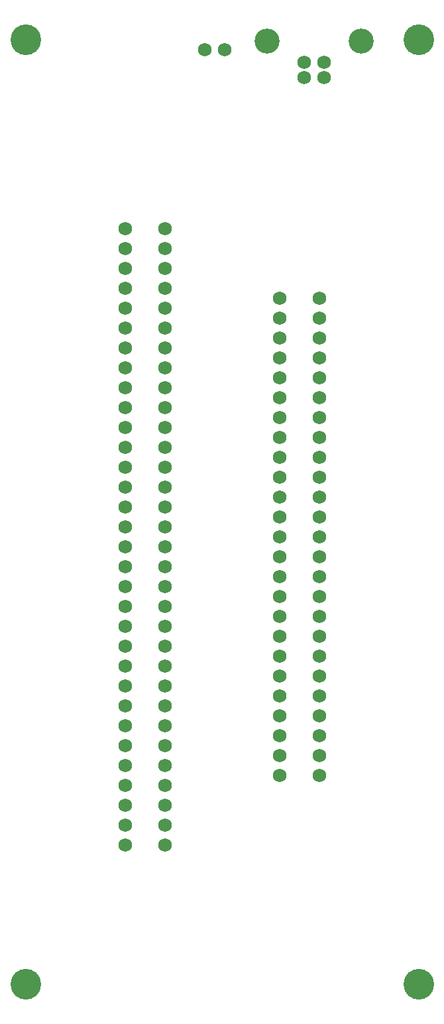
<source format=gbs>
G04 #@! TF.GenerationSoftware,KiCad,Pcbnew,(6.0.5)*
G04 #@! TF.CreationDate,2022-11-07T18:45:20-05:00*
G04 #@! TF.ProjectId,power-pcb,706f7765-722d-4706-9362-2e6b69636164,0.1*
G04 #@! TF.SameCoordinates,Original*
G04 #@! TF.FileFunction,Soldermask,Bot*
G04 #@! TF.FilePolarity,Negative*
%FSLAX45Y45*%
G04 Gerber Fmt 4.5, Leading zero omitted, Abs format (unit mm)*
G04 Created by KiCad (PCBNEW (6.0.5)) date 2022-11-07 18:45:20*
%MOMM*%
%LPD*%
G01*
G04 APERTURE LIST*
%ADD10C,1.727200*%
%ADD11C,3.203200*%
%ADD12C,3.912000*%
G04 APERTURE END LIST*
D10*
X15750000Y-4221500D03*
X16000000Y-4221500D03*
X15750000Y-4421500D03*
X16000000Y-4421500D03*
D11*
X16477000Y-3950500D03*
X15273000Y-3950500D03*
D10*
X15430500Y-7239000D03*
X15938500Y-7239000D03*
X15430500Y-7493000D03*
X15938500Y-7493000D03*
X15430500Y-7747000D03*
X15938500Y-7747000D03*
X15430500Y-8001000D03*
X15938500Y-8001000D03*
X15430500Y-8255000D03*
X15938500Y-8255000D03*
X15430500Y-8509000D03*
X15938500Y-8509000D03*
X15430500Y-8763000D03*
X15938500Y-8763000D03*
X15430500Y-9017000D03*
X15938500Y-9017000D03*
X15430500Y-9271000D03*
X15938500Y-9271000D03*
X15430500Y-9525000D03*
X15938500Y-9525000D03*
X15430500Y-9779000D03*
X15938500Y-9779000D03*
X15430500Y-10033000D03*
X15938500Y-10033000D03*
X15430500Y-10287000D03*
X15938500Y-10287000D03*
X15430500Y-10541000D03*
X15938500Y-10541000D03*
X15430500Y-10795000D03*
X15938500Y-10795000D03*
X15430500Y-11049000D03*
X15938500Y-11049000D03*
X15430500Y-11303000D03*
X15938500Y-11303000D03*
X15430500Y-11557000D03*
X15938500Y-11557000D03*
X15430500Y-11811000D03*
X15938500Y-11811000D03*
X15430500Y-12065000D03*
X15938500Y-12065000D03*
X15430500Y-12319000D03*
X15938500Y-12319000D03*
X15430500Y-12573000D03*
X15938500Y-12573000D03*
X15430500Y-12827000D03*
X15938500Y-12827000D03*
X15430500Y-13081000D03*
X15938500Y-13081000D03*
X15430500Y-13335000D03*
X15938500Y-13335000D03*
D12*
X12192000Y-16002000D03*
X17208500Y-16002000D03*
X12192000Y-3937000D03*
D10*
X14478000Y-4064000D03*
X14732000Y-4064000D03*
D12*
X17208500Y-3937000D03*
D10*
X13462000Y-14224000D03*
X13462000Y-13970000D03*
X13462000Y-13716000D03*
X13462000Y-13462000D03*
X13462000Y-13208000D03*
X13462000Y-12954000D03*
X13462000Y-12700000D03*
X13462000Y-12446000D03*
X13462000Y-12192000D03*
X13462000Y-11938000D03*
X13462000Y-11684000D03*
X13462000Y-11430000D03*
X13462000Y-11176000D03*
X13462000Y-10922000D03*
X13462000Y-10668000D03*
X13462000Y-10414000D03*
X13462000Y-10160000D03*
X13462000Y-9906000D03*
X13462000Y-9652000D03*
X13462000Y-9398000D03*
X13462000Y-9144000D03*
X13462000Y-8890000D03*
X13462000Y-8636000D03*
X13462000Y-8382000D03*
X13462000Y-8128000D03*
X13462000Y-7874000D03*
X13462000Y-7620000D03*
X13462000Y-7366000D03*
X13462000Y-7112000D03*
X13462000Y-6858000D03*
X13462000Y-6604000D03*
X13462000Y-6350000D03*
X13970000Y-14224000D03*
X13970000Y-13970000D03*
X13970000Y-13716000D03*
X13970000Y-13462000D03*
X13970000Y-13208000D03*
X13970000Y-12954000D03*
X13970000Y-12700000D03*
X13970000Y-12446000D03*
X13970000Y-12192000D03*
X13970000Y-11938000D03*
X13970000Y-11684000D03*
X13970000Y-11430000D03*
X13970000Y-11176000D03*
X13970000Y-10922000D03*
X13970000Y-10668000D03*
X13970000Y-10414000D03*
X13970000Y-10160000D03*
X13970000Y-9906000D03*
X13970000Y-9652000D03*
X13970000Y-9398000D03*
X13970000Y-9144000D03*
X13970000Y-8890000D03*
X13970000Y-8636000D03*
X13970000Y-8382000D03*
X13970000Y-8128000D03*
X13970000Y-7874000D03*
X13970000Y-7620000D03*
X13970000Y-7366000D03*
X13970000Y-7112000D03*
X13970000Y-6858000D03*
X13970000Y-6604000D03*
X13970000Y-6350000D03*
M02*

</source>
